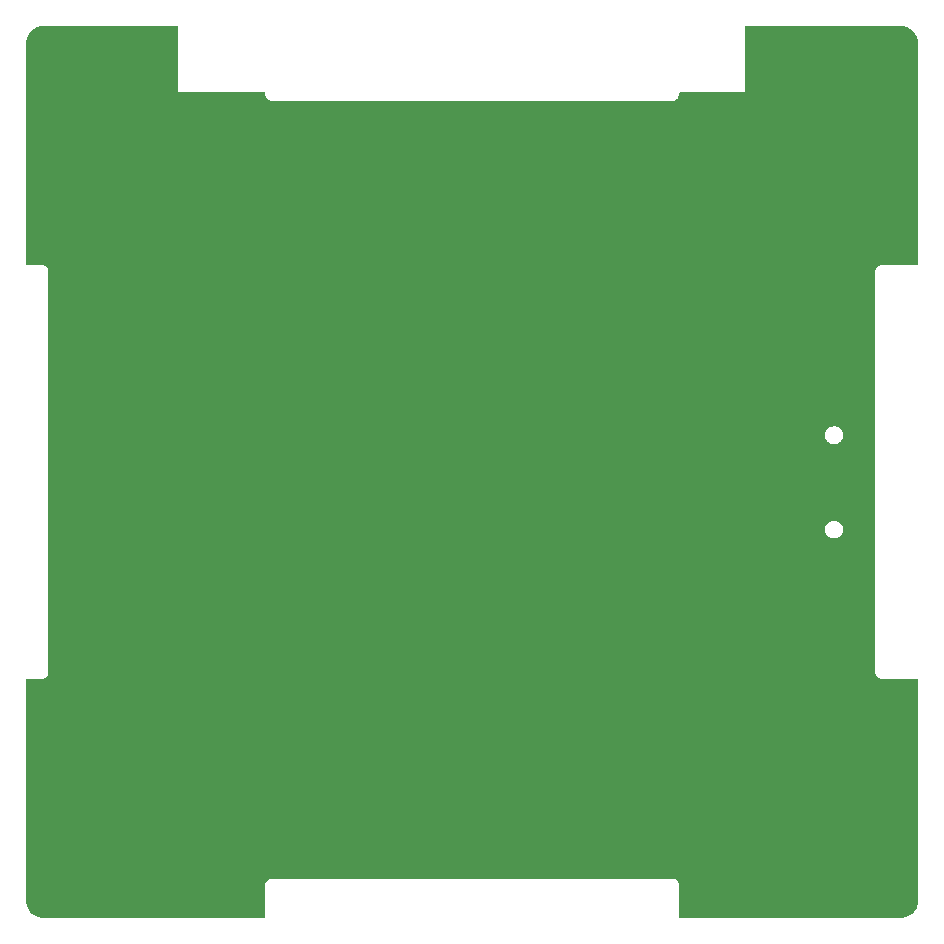
<source format=gbr>
%TF.GenerationSoftware,KiCad,Pcbnew,9.0.7*%
%TF.CreationDate,2026-02-15T10:00:23-06:00*%
%TF.ProjectId,grad_cap_display,67726164-5f63-4617-905f-646973706c61,rev?*%
%TF.SameCoordinates,Original*%
%TF.FileFunction,Copper,L2,Inr*%
%TF.FilePolarity,Positive*%
%FSLAX46Y46*%
G04 Gerber Fmt 4.6, Leading zero omitted, Abs format (unit mm)*
G04 Created by KiCad (PCBNEW 9.0.7) date 2026-02-15 10:00:23*
%MOMM*%
%LPD*%
G01*
G04 APERTURE LIST*
%TA.AperFunction,HeatsinkPad*%
%ADD10C,0.600000*%
%TD*%
G04 APERTURE END LIST*
D10*
%TO.N,GND*%
%TO.C,U204*%
X-232310000Y658280000D03*
X-232310000Y659680000D03*
X-233010000Y657580000D03*
X-233010000Y658980000D03*
X-233010000Y660380000D03*
X-233710000Y658280000D03*
X-233710000Y659680000D03*
X-234410000Y657580000D03*
X-234410000Y658980000D03*
X-234410000Y660380000D03*
X-235110000Y658280000D03*
X-235110000Y659680000D03*
%TD*%
%TA.AperFunction,Conductor*%
%TO.N,GND*%
G36*
X-256266961Y673779815D02*
G01*
X-256221206Y673727011D01*
X-256210000Y673675500D01*
X-256210000Y668190000D01*
X-248954500Y668190000D01*
X-248887461Y668170315D01*
X-248841706Y668117511D01*
X-248830500Y668066000D01*
X-248830500Y667904108D01*
X-248796392Y667776814D01*
X-248730500Y667662686D01*
X-248637314Y667569500D01*
X-248580250Y667536554D01*
X-248523187Y667503608D01*
X-248459539Y667486554D01*
X-248395892Y667469500D01*
X-248395891Y667469500D01*
X-214264108Y667469500D01*
X-214136812Y667503608D01*
X-214022686Y667569500D01*
X-214022683Y667569502D01*
X-213929502Y667662683D01*
X-213929500Y667662686D01*
X-213863608Y667776812D01*
X-213829500Y667904108D01*
X-213829500Y668066000D01*
X-213809815Y668133039D01*
X-213757011Y668178794D01*
X-213705500Y668190000D01*
X-208210000Y668190000D01*
X-208210000Y673675500D01*
X-208190315Y673742539D01*
X-208137511Y673788294D01*
X-208086000Y673799500D01*
X-195125892Y673799500D01*
X-195064428Y673799500D01*
X-195055582Y673799184D01*
X-195033622Y673797613D01*
X-194855442Y673784869D01*
X-194837931Y673782351D01*
X-194646212Y673740646D01*
X-194629236Y673735662D01*
X-194445390Y673667090D01*
X-194429297Y673659740D01*
X-194257091Y673565709D01*
X-194242208Y673556144D01*
X-194085135Y673438561D01*
X-194071764Y673426975D01*
X-193933024Y673288235D01*
X-193921438Y673274864D01*
X-193803855Y673117791D01*
X-193794290Y673102908D01*
X-193700259Y672930702D01*
X-193692909Y672914609D01*
X-193624334Y672730755D01*
X-193619355Y672713797D01*
X-193577648Y672522068D01*
X-193575130Y672504556D01*
X-193560816Y672304418D01*
X-193560500Y672295572D01*
X-193560500Y653654500D01*
X-193580185Y653587461D01*
X-193632989Y653541706D01*
X-193684500Y653530500D01*
X-196624108Y653530500D01*
X-196755892Y653530500D01*
X-196883186Y653496392D01*
X-196997314Y653430500D01*
X-197090500Y653337314D01*
X-197156392Y653223186D01*
X-197190500Y653095892D01*
X-197190500Y619095892D01*
X-197190500Y618964108D01*
X-197156392Y618836814D01*
X-197090500Y618722686D01*
X-196997314Y618629500D01*
X-196940250Y618596554D01*
X-196883187Y618563608D01*
X-196819539Y618546554D01*
X-196755892Y618529500D01*
X-193684500Y618529500D01*
X-193617461Y618509815D01*
X-193571706Y618457011D01*
X-193560500Y618405500D01*
X-193560500Y599764427D01*
X-193560815Y599755582D01*
X-193575130Y599555436D01*
X-193577646Y599537938D01*
X-193619356Y599346199D01*
X-193624333Y599329248D01*
X-193692909Y599145390D01*
X-193700256Y599129303D01*
X-193794294Y598957083D01*
X-193803850Y598942214D01*
X-193921443Y598785128D01*
X-193933017Y598771771D01*
X-194071771Y598633017D01*
X-194085128Y598621443D01*
X-194242214Y598503850D01*
X-194257083Y598494294D01*
X-194429303Y598400256D01*
X-194445385Y598392911D01*
X-194629248Y598324333D01*
X-194646199Y598319356D01*
X-194837938Y598277646D01*
X-194855436Y598275130D01*
X-195049994Y598261215D01*
X-195055582Y598260816D01*
X-195064428Y598260500D01*
X-213705500Y598260500D01*
X-213772539Y598280185D01*
X-213818294Y598332989D01*
X-213829500Y598384500D01*
X-213829500Y601155891D01*
X-213863608Y601283187D01*
X-213896554Y601340250D01*
X-213929500Y601397314D01*
X-214022686Y601490500D01*
X-214136814Y601556392D01*
X-214264108Y601590500D01*
X-248264108Y601590500D01*
X-248395892Y601590500D01*
X-248523186Y601556392D01*
X-248637314Y601490500D01*
X-248730500Y601397314D01*
X-248796392Y601283186D01*
X-248830500Y601155892D01*
X-248830500Y601155890D01*
X-248830500Y598384500D01*
X-248850185Y598317461D01*
X-248902989Y598271706D01*
X-248954500Y598260500D01*
X-267595572Y598260500D01*
X-267604418Y598260816D01*
X-267611016Y598261287D01*
X-267804561Y598275130D01*
X-267822063Y598277647D01*
X-268013797Y598319355D01*
X-268030755Y598324334D01*
X-268214609Y598392909D01*
X-268230702Y598400259D01*
X-268402908Y598494290D01*
X-268417791Y598503855D01*
X-268574864Y598621438D01*
X-268588235Y598633024D01*
X-268726975Y598771764D01*
X-268738561Y598785135D01*
X-268856144Y598942208D01*
X-268865709Y598957091D01*
X-268959740Y599129297D01*
X-268967090Y599145390D01*
X-269035662Y599329236D01*
X-269040646Y599346212D01*
X-269082351Y599537931D01*
X-269084869Y599555442D01*
X-269099184Y599755580D01*
X-269099500Y599764427D01*
X-269099500Y618405500D01*
X-269079815Y618472539D01*
X-269027011Y618518294D01*
X-268975500Y618529500D01*
X-267634108Y618529500D01*
X-267506812Y618563608D01*
X-267392686Y618629500D01*
X-267392683Y618629502D01*
X-267299502Y618722683D01*
X-267299500Y618722686D01*
X-267233608Y618836812D01*
X-267199500Y618964108D01*
X-267199500Y631213919D01*
X-201440500Y631213919D01*
X-201440500Y631066078D01*
X-201411659Y630921091D01*
X-201411656Y630921081D01*
X-201355087Y630784510D01*
X-201355080Y630784497D01*
X-201272951Y630661583D01*
X-201272948Y630661579D01*
X-201168419Y630557050D01*
X-201168415Y630557047D01*
X-201045501Y630474918D01*
X-201045488Y630474911D01*
X-200908917Y630418342D01*
X-200908907Y630418339D01*
X-200763920Y630389499D01*
X-200763918Y630389499D01*
X-200616080Y630389499D01*
X-200471092Y630418339D01*
X-200471082Y630418342D01*
X-200334511Y630474911D01*
X-200334498Y630474918D01*
X-200211584Y630557047D01*
X-200211580Y630557050D01*
X-200107051Y630661579D01*
X-200107048Y630661583D01*
X-200024919Y630784497D01*
X-200024912Y630784510D01*
X-199968343Y630921081D01*
X-199968340Y630921091D01*
X-199939500Y631066078D01*
X-199939500Y631213919D01*
X-199939499Y631213919D01*
X-199968340Y631358906D01*
X-199968343Y631358916D01*
X-200024912Y631495487D01*
X-200024919Y631495500D01*
X-200107048Y631618414D01*
X-200107051Y631618418D01*
X-200211580Y631722947D01*
X-200211584Y631722950D01*
X-200334498Y631805079D01*
X-200334511Y631805086D01*
X-200471082Y631861655D01*
X-200471087Y631861657D01*
X-200471092Y631861658D01*
X-200616080Y631890499D01*
X-200616082Y631890499D01*
X-200763918Y631890499D01*
X-200763920Y631890499D01*
X-200861462Y631871095D01*
X-200908913Y631861657D01*
X-201045495Y631805083D01*
X-201168416Y631722950D01*
X-201272951Y631618415D01*
X-201355084Y631495494D01*
X-201411658Y631358912D01*
X-201411659Y631358906D01*
X-201440500Y631213919D01*
X-267199500Y631213919D01*
X-267199500Y639213920D01*
X-201440500Y639213920D01*
X-201440500Y639066079D01*
X-201411659Y638921092D01*
X-201411656Y638921082D01*
X-201355087Y638784511D01*
X-201355080Y638784498D01*
X-201272951Y638661584D01*
X-201272948Y638661580D01*
X-201168419Y638557051D01*
X-201168415Y638557048D01*
X-201045501Y638474919D01*
X-201045488Y638474912D01*
X-200908917Y638418343D01*
X-200908907Y638418340D01*
X-200763920Y638389500D01*
X-200763918Y638389500D01*
X-200616080Y638389500D01*
X-200471092Y638418340D01*
X-200471082Y638418343D01*
X-200334511Y638474912D01*
X-200334498Y638474919D01*
X-200211584Y638557048D01*
X-200211580Y638557051D01*
X-200107051Y638661580D01*
X-200107048Y638661584D01*
X-200024919Y638784498D01*
X-200024912Y638784511D01*
X-199968343Y638921082D01*
X-199968340Y638921092D01*
X-199939500Y639066079D01*
X-199939500Y639213920D01*
X-199939499Y639213920D01*
X-199968340Y639358907D01*
X-199968343Y639358917D01*
X-200024912Y639495488D01*
X-200024919Y639495501D01*
X-200107048Y639618415D01*
X-200107051Y639618419D01*
X-200211580Y639722948D01*
X-200211584Y639722951D01*
X-200334498Y639805080D01*
X-200334511Y639805087D01*
X-200471082Y639861656D01*
X-200471087Y639861658D01*
X-200471092Y639861659D01*
X-200616080Y639890500D01*
X-200616082Y639890500D01*
X-200763918Y639890500D01*
X-200763920Y639890500D01*
X-200861462Y639871096D01*
X-200908913Y639861658D01*
X-201045495Y639805084D01*
X-201168416Y639722951D01*
X-201272951Y639618416D01*
X-201355084Y639495495D01*
X-201411658Y639358913D01*
X-201411659Y639358907D01*
X-201440500Y639213920D01*
X-267199500Y639213920D01*
X-267199500Y653095891D01*
X-267233608Y653223187D01*
X-267266554Y653280250D01*
X-267299500Y653337314D01*
X-267392686Y653430500D01*
X-267506814Y653496392D01*
X-267634108Y653530500D01*
X-267634110Y653530500D01*
X-268975500Y653530500D01*
X-269042539Y653550185D01*
X-269088294Y653602989D01*
X-269099500Y653654500D01*
X-269099500Y672295572D01*
X-269099184Y672304419D01*
X-269084869Y672504557D01*
X-269082351Y672522068D01*
X-269040646Y672713787D01*
X-269035662Y672730763D01*
X-268967090Y672914609D01*
X-268959740Y672930702D01*
X-268865709Y673102908D01*
X-268856144Y673117791D01*
X-268738561Y673274864D01*
X-268726975Y673288235D01*
X-268588235Y673426975D01*
X-268574864Y673438561D01*
X-268417791Y673556144D01*
X-268402908Y673565709D01*
X-268230702Y673659740D01*
X-268214609Y673667090D01*
X-268030763Y673735662D01*
X-268013787Y673740646D01*
X-267822068Y673782351D01*
X-267804557Y673784869D01*
X-267623779Y673797799D01*
X-267604417Y673799184D01*
X-267595572Y673799500D01*
X-267534108Y673799500D01*
X-256334000Y673799500D01*
X-256266961Y673779815D01*
G37*
%TD.AperFunction*%
%TD*%
M02*

</source>
